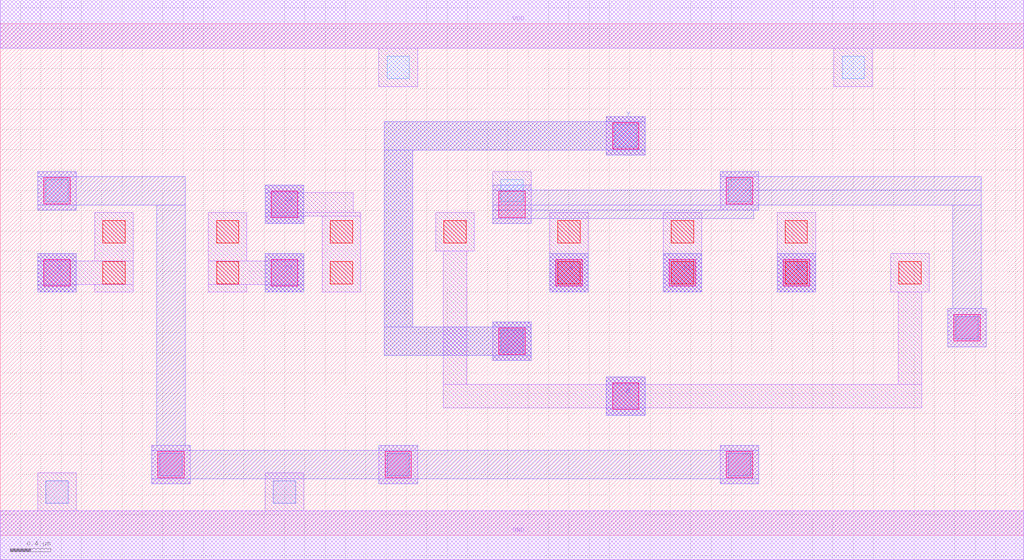
<source format=lef>
MACRO AAOOAI223
 CLASS CORE ;
 FOREIGN AAOOAI223 0 0 ;
 SIZE 10.08 BY 5.04 ;
 ORIGIN 0 0 ;
 SYMMETRY X Y R90 ;
 SITE unit ;
  PIN VDD
   DIRECTION INOUT ;
   USE POWER ;
   SHAPE ABUTMENT ;
    PORT
     CLASS CORE ;
       LAYER met1 ;
        RECT 0.00000000 4.80000000 10.08000000 5.28000000 ;
    END
  END VDD

  PIN GND
   DIRECTION INOUT ;
   USE POWER ;
   SHAPE ABUTMENT ;
    PORT
     CLASS CORE ;
       LAYER met1 ;
        RECT 0.00000000 -0.24000000 10.08000000 0.24000000 ;
    END
  END GND

  PIN Y
   DIRECTION INOUT ;
   USE SIGNAL ;
   SHAPE ABUTMENT ;
    PORT
     CLASS CORE ;
       LAYER met2 ;
        RECT 4.85000000 1.72200000 5.23000000 1.77200000 ;
        RECT 3.78000000 1.77200000 5.23000000 2.05200000 ;
        RECT 4.85000000 2.05200000 5.23000000 2.10200000 ;
        RECT 3.78000000 2.05200000 4.06000000 3.79700000 ;
        RECT 5.97000000 3.74700000 6.35000000 3.79700000 ;
        RECT 3.78000000 3.79700000 6.35000000 4.07700000 ;
        RECT 5.97000000 4.07700000 6.35000000 4.12700000 ;
    END
  END Y

  PIN B1
   DIRECTION INOUT ;
   USE SIGNAL ;
   SHAPE ABUTMENT ;
    PORT
     CLASS CORE ;
       LAYER met2 ;
        RECT 7.65000000 2.39700000 8.03000000 2.77700000 ;
    END
  END B1

  PIN C1
   DIRECTION INOUT ;
   USE SIGNAL ;
   SHAPE ABUTMENT ;
    PORT
     CLASS CORE ;
       LAYER met2 ;
        RECT 2.61000000 2.39700000 2.99000000 2.77700000 ;
    END
  END C1

  PIN A1
   DIRECTION INOUT ;
   USE SIGNAL ;
   SHAPE ABUTMENT ;
    PORT
     CLASS CORE ;
       LAYER met2 ;
        RECT 6.53000000 2.39700000 6.91000000 2.77700000 ;
    END
  END A1

  PIN C
   DIRECTION INOUT ;
   USE SIGNAL ;
   SHAPE ABUTMENT ;
    PORT
     CLASS CORE ;
       LAYER met2 ;
        RECT 0.37000000 2.39700000 0.75000000 2.77700000 ;
    END
  END C

  PIN B
   DIRECTION INOUT ;
   USE SIGNAL ;
   SHAPE ABUTMENT ;
    PORT
     CLASS CORE ;
       LAYER met2 ;
        RECT 5.97000000 1.18200000 6.35000000 1.56200000 ;
    END
  END B

  PIN A
   DIRECTION INOUT ;
   USE SIGNAL ;
   SHAPE ABUTMENT ;
    PORT
     CLASS CORE ;
       LAYER met2 ;
        RECT 5.41000000 2.39700000 5.79000000 2.77700000 ;
    END
  END A

  PIN C2
   DIRECTION INOUT ;
   USE SIGNAL ;
   SHAPE ABUTMENT ;
    PORT
     CLASS CORE ;
       LAYER met2 ;
        RECT 2.61000000 3.07200000 2.99000000 3.45200000 ;
    END
  END C2

 OBS
    LAYER polycont ;
     RECT 1.01000000 2.47700000 1.23000000 2.69700000 ;
     RECT 2.13000000 2.47700000 2.35000000 2.69700000 ;
     RECT 3.25000000 2.47700000 3.47000000 2.69700000 ;
     RECT 5.49000000 2.47700000 5.71000000 2.69700000 ;
     RECT 6.61000000 2.47700000 6.83000000 2.69700000 ;
     RECT 7.73000000 2.47700000 7.95000000 2.69700000 ;
     RECT 8.85000000 2.47700000 9.07000000 2.69700000 ;
     RECT 1.01000000 2.88200000 1.23000000 3.10200000 ;
     RECT 2.13000000 2.88200000 2.35000000 3.10200000 ;
     RECT 3.25000000 2.88200000 3.47000000 3.10200000 ;
     RECT 4.37000000 2.88200000 4.59000000 3.10200000 ;
     RECT 5.49000000 2.88200000 5.71000000 3.10200000 ;
     RECT 6.61000000 2.88200000 6.83000000 3.10200000 ;
     RECT 7.73000000 2.88200000 7.95000000 3.10200000 ;

    LAYER pdiffc ;
     RECT 0.45000000 3.28700000 0.67000000 3.50700000 ;
     RECT 4.93000000 3.28700000 5.15000000 3.50700000 ;
     RECT 7.17000000 3.28700000 7.39000000 3.50700000 ;
     RECT 6.05000000 3.82700000 6.27000000 4.04700000 ;
     RECT 3.81000000 4.50200000 4.03000000 4.72200000 ;
     RECT 8.29000000 4.50200000 8.51000000 4.72200000 ;

    LAYER ndiffc ;
     RECT 0.45000000 0.31700000 0.67000000 0.53700000 ;
     RECT 2.69000000 0.31700000 2.91000000 0.53700000 ;
     RECT 1.57000000 0.58700000 1.79000000 0.80700000 ;
     RECT 3.81000000 0.58700000 4.03000000 0.80700000 ;
     RECT 7.17000000 0.58700000 7.39000000 0.80700000 ;
     RECT 4.93000000 1.80200000 5.15000000 2.02200000 ;
     RECT 9.41000000 1.93700000 9.63000000 2.15700000 ;

    LAYER met1 ;
     RECT 0.00000000 -0.24000000 10.08000000 0.24000000 ;
     RECT 0.37000000 0.24000000 0.75000000 0.61700000 ;
     RECT 2.61000000 0.24000000 2.99000000 0.61700000 ;
     RECT 1.49000000 0.50700000 1.87000000 0.88700000 ;
     RECT 3.73000000 0.50700000 4.11000000 0.88700000 ;
     RECT 7.09000000 0.50700000 7.47000000 0.88700000 ;
     RECT 4.85000000 1.72200000 5.23000000 2.10200000 ;
     RECT 9.33000000 1.85700000 9.71000000 2.23700000 ;
     RECT 0.37000000 2.39700000 0.75000000 2.47200000 ;
     RECT 0.93000000 2.39700000 1.31000000 2.47200000 ;
     RECT 0.37000000 2.47200000 1.31000000 2.70200000 ;
     RECT 0.37000000 2.70200000 0.75000000 2.77700000 ;
     RECT 0.93000000 2.70200000 1.31000000 3.18200000 ;
     RECT 2.05000000 2.39700000 2.43000000 2.47200000 ;
     RECT 2.61000000 2.39700000 2.99000000 2.47200000 ;
     RECT 2.05000000 2.47200000 2.99000000 2.70200000 ;
     RECT 2.61000000 2.70200000 2.99000000 2.77700000 ;
     RECT 2.05000000 2.70200000 2.43000000 3.18200000 ;
     RECT 5.97000000 1.18200000 6.35000000 1.25700000 ;
     RECT 4.36500000 1.25700000 9.07500000 1.48700000 ;
     RECT 5.97000000 1.48700000 6.35000000 1.56200000 ;
     RECT 8.84500000 1.48700000 9.07500000 2.39700000 ;
     RECT 8.77000000 2.39700000 9.15000000 2.77700000 ;
     RECT 4.36500000 1.48700000 4.59500000 2.80200000 ;
     RECT 4.29000000 2.80200000 4.67000000 3.18200000 ;
     RECT 5.41000000 2.39700000 5.79000000 3.18200000 ;
     RECT 6.53000000 2.39700000 6.91000000 3.18200000 ;
     RECT 7.65000000 2.39700000 8.03000000 3.18200000 ;
     RECT 2.61000000 3.07200000 2.99000000 3.14700000 ;
     RECT 3.17000000 2.39700000 3.55000000 3.14700000 ;
     RECT 2.61000000 3.14700000 3.55000000 3.18200000 ;
     RECT 2.61000000 3.18200000 3.47500000 3.37700000 ;
     RECT 2.61000000 3.37700000 2.99000000 3.45200000 ;
     RECT 0.37000000 3.20700000 0.75000000 3.58700000 ;
     RECT 4.85000000 3.07200000 5.23000000 3.58700000 ;
     RECT 7.09000000 3.20700000 7.47000000 3.58700000 ;
     RECT 5.97000000 3.74700000 6.35000000 4.12700000 ;
     RECT 3.73000000 4.42200000 4.11000000 4.80000000 ;
     RECT 8.21000000 4.42200000 8.59000000 4.80000000 ;
     RECT 0.00000000 4.80000000 10.08000000 5.28000000 ;

    LAYER via1 ;
     RECT 1.55000000 0.56700000 1.81000000 0.82700000 ;
     RECT 3.79000000 0.56700000 4.05000000 0.82700000 ;
     RECT 7.15000000 0.56700000 7.41000000 0.82700000 ;
     RECT 6.03000000 1.24200000 6.29000000 1.50200000 ;
     RECT 4.91000000 1.78200000 5.17000000 2.04200000 ;
     RECT 9.39000000 1.91700000 9.65000000 2.17700000 ;
     RECT 0.43000000 2.45700000 0.69000000 2.71700000 ;
     RECT 2.67000000 2.45700000 2.93000000 2.71700000 ;
     RECT 5.47000000 2.45700000 5.73000000 2.71700000 ;
     RECT 6.59000000 2.45700000 6.85000000 2.71700000 ;
     RECT 7.71000000 2.45700000 7.97000000 2.71700000 ;
     RECT 2.67000000 3.13200000 2.93000000 3.39200000 ;
     RECT 4.91000000 3.13200000 5.17000000 3.39200000 ;
     RECT 0.43000000 3.26700000 0.69000000 3.52700000 ;
     RECT 7.15000000 3.26700000 7.41000000 3.52700000 ;
     RECT 6.03000000 3.80700000 6.29000000 4.06700000 ;

    LAYER met2 ;
     RECT 5.97000000 1.18200000 6.35000000 1.56200000 ;
     RECT 0.37000000 2.39700000 0.75000000 2.77700000 ;
     RECT 2.61000000 2.39700000 2.99000000 2.77700000 ;
     RECT 5.41000000 2.39700000 5.79000000 2.77700000 ;
     RECT 6.53000000 2.39700000 6.91000000 2.77700000 ;
     RECT 7.65000000 2.39700000 8.03000000 2.77700000 ;
     RECT 2.61000000 3.07200000 2.99000000 3.45200000 ;
     RECT 1.49000000 0.50700000 1.87000000 0.55700000 ;
     RECT 3.73000000 0.50700000 4.11000000 0.55700000 ;
     RECT 7.09000000 0.50700000 7.47000000 0.55700000 ;
     RECT 1.49000000 0.55700000 7.47000000 0.83700000 ;
     RECT 1.49000000 0.83700000 1.87000000 0.88700000 ;
     RECT 3.73000000 0.83700000 4.11000000 0.88700000 ;
     RECT 7.09000000 0.83700000 7.47000000 0.88700000 ;
     RECT 0.37000000 3.20700000 0.75000000 3.25700000 ;
     RECT 1.54000000 0.88700000 1.82000000 3.25700000 ;
     RECT 0.37000000 3.25700000 1.82000000 3.53700000 ;
     RECT 0.37000000 3.53700000 0.75000000 3.58700000 ;
     RECT 9.33000000 1.85700000 9.71000000 2.23700000 ;
     RECT 4.85000000 3.07200000 5.23000000 3.12200000 ;
     RECT 4.85000000 3.12200000 7.42000000 3.20700000 ;
     RECT 4.85000000 3.20700000 7.47000000 3.25700000 ;
     RECT 9.38000000 2.23700000 9.66000000 3.25700000 ;
     RECT 4.85000000 3.25700000 9.66000000 3.40200000 ;
     RECT 4.85000000 3.40200000 5.23000000 3.45200000 ;
     RECT 7.09000000 3.40200000 9.66000000 3.53700000 ;
     RECT 7.09000000 3.53700000 7.47000000 3.58700000 ;
     RECT 4.85000000 1.72200000 5.23000000 1.77200000 ;
     RECT 3.78000000 1.77200000 5.23000000 2.05200000 ;
     RECT 4.85000000 2.05200000 5.23000000 2.10200000 ;
     RECT 3.78000000 2.05200000 4.06000000 3.79700000 ;
     RECT 5.97000000 3.74700000 6.35000000 3.79700000 ;
     RECT 3.78000000 3.79700000 6.35000000 4.07700000 ;
     RECT 5.97000000 4.07700000 6.35000000 4.12700000 ;

 END
END AAOOAI223

</source>
